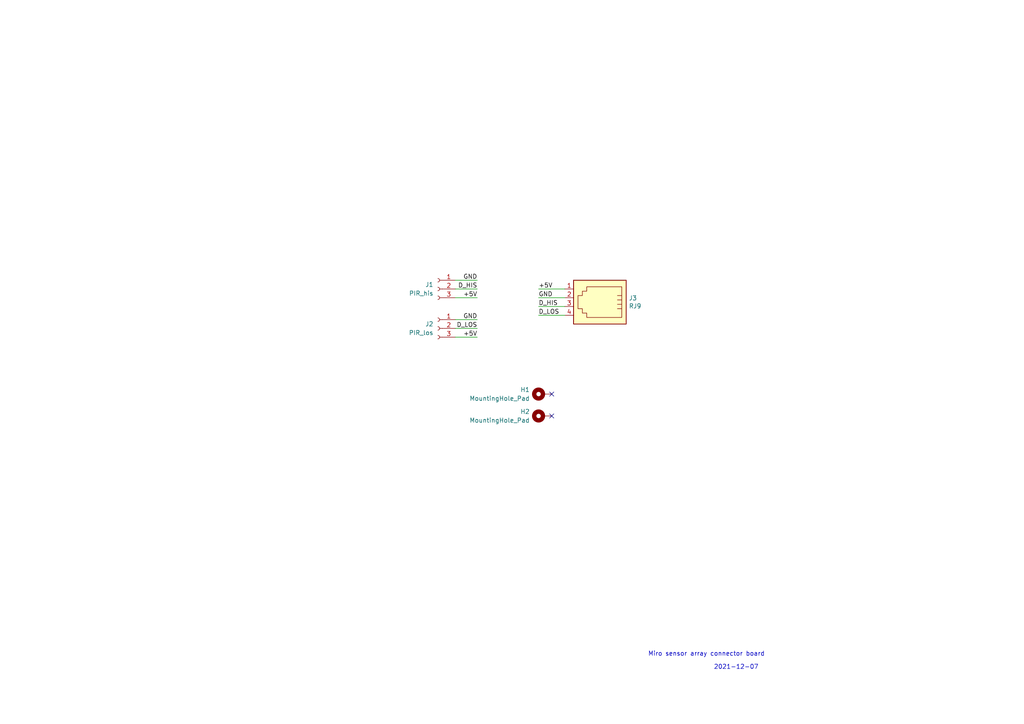
<source format=kicad_sch>
(kicad_sch
	(version 20231120)
	(generator "eeschema")
	(generator_version "8.0")
	(uuid "af6ad17d-e32c-4b05-93bf-c5e4dd024877")
	(paper "A4")
	(lib_symbols
		(symbol "Mechanical:MountingHole_Pad"
			(pin_numbers hide)
			(pin_names
				(offset 1.016) hide)
			(exclude_from_sim no)
			(in_bom yes)
			(on_board yes)
			(property "Reference" "H"
				(at 0 6.35 0)
				(effects
					(font
						(size 1.27 1.27)
					)
				)
			)
			(property "Value" "MountingHole_Pad"
				(at 0 4.445 0)
				(effects
					(font
						(size 1.27 1.27)
					)
				)
			)
			(property "Footprint" ""
				(at 0 0 0)
				(effects
					(font
						(size 1.27 1.27)
					)
					(hide yes)
				)
			)
			(property "Datasheet" "~"
				(at 0 0 0)
				(effects
					(font
						(size 1.27 1.27)
					)
					(hide yes)
				)
			)
			(property "Description" "Mounting Hole with connection"
				(at 0 0 0)
				(effects
					(font
						(size 1.27 1.27)
					)
					(hide yes)
				)
			)
			(property "ki_keywords" "mounting hole"
				(at 0 0 0)
				(effects
					(font
						(size 1.27 1.27)
					)
					(hide yes)
				)
			)
			(property "ki_fp_filters" "MountingHole*Pad*"
				(at 0 0 0)
				(effects
					(font
						(size 1.27 1.27)
					)
					(hide yes)
				)
			)
			(symbol "MountingHole_Pad_0_1"
				(circle
					(center 0 1.27)
					(radius 1.27)
					(stroke
						(width 1.27)
						(type default)
					)
					(fill
						(type none)
					)
				)
			)
			(symbol "MountingHole_Pad_1_1"
				(pin input line
					(at 0 -2.54 90)
					(length 2.54)
					(name "1"
						(effects
							(font
								(size 1.27 1.27)
							)
						)
					)
					(number "1"
						(effects
							(font
								(size 1.27 1.27)
							)
						)
					)
				)
			)
		)
		(symbol "sensor_board-rescue:4P4C_RJ9_vert-miro-v04"
			(pin_names
				(offset 1.016)
			)
			(exclude_from_sim no)
			(in_bom yes)
			(on_board yes)
			(property "Reference" "J"
				(at -5.08 8.89 0)
				(effects
					(font
						(size 1.27 1.27)
					)
					(justify right)
				)
			)
			(property "Value" "miro-v04_4P4C_RJ9_vert"
				(at 2.54 8.89 0)
				(effects
					(font
						(size 1.27 1.27)
					)
					(justify left)
				)
			)
			(property "Footprint" "miro-v04:4P4C_RJ9_vert"
				(at 0 1.27 90)
				(effects
					(font
						(size 1.27 1.27)
					)
					(hide yes)
				)
			)
			(property "Datasheet" ""
				(at 0 1.27 90)
				(effects
					(font
						(size 1.27 1.27)
					)
					(hide yes)
				)
			)
			(property "Description" ""
				(at 0 0 0)
				(effects
					(font
						(size 1.27 1.27)
					)
					(hide yes)
				)
			)
			(property "ki_fp_filters" "4P4C* RJ9* RJ10* RJ22*"
				(at 0 0 0)
				(effects
					(font
						(size 1.27 1.27)
					)
					(hide yes)
				)
			)
			(symbol "4P4C_RJ9_vert-miro-v04_0_1"
				(polyline
					(pts
						(xy -6.35 -0.635) (xy -5.08 -0.635) (xy -5.08 -0.635)
					)
					(stroke
						(width 0)
						(type solid)
					)
					(fill
						(type none)
					)
				)
				(polyline
					(pts
						(xy -6.35 0.635) (xy -5.08 0.635) (xy -5.08 0.635)
					)
					(stroke
						(width 0)
						(type solid)
					)
					(fill
						(type none)
					)
				)
				(polyline
					(pts
						(xy -6.35 1.905) (xy -5.08 1.905) (xy -5.08 1.905)
					)
					(stroke
						(width 0)
						(type solid)
					)
					(fill
						(type none)
					)
				)
				(polyline
					(pts
						(xy -6.35 3.175) (xy -5.08 3.175) (xy -5.08 3.175)
					)
					(stroke
						(width 0)
						(type solid)
					)
					(fill
						(type none)
					)
				)
				(polyline
					(pts
						(xy -6.35 -3.175) (xy -6.35 5.715) (xy -1.27 5.715) (xy 3.81 5.715) (xy 3.81 4.445) (xy 5.08 4.445)
						(xy 5.08 3.175) (xy 6.35 3.175) (xy 6.35 -0.635) (xy 5.08 -0.635) (xy 5.08 -1.905) (xy 3.81 -1.905)
						(xy 3.81 -3.175) (xy -6.35 -3.175) (xy -6.35 -3.175)
					)
					(stroke
						(width 0)
						(type solid)
					)
					(fill
						(type none)
					)
				)
				(rectangle
					(start 7.62 7.62)
					(end -7.62 -5.08)
					(stroke
						(width 0.254)
						(type solid)
					)
					(fill
						(type background)
					)
				)
			)
			(symbol "4P4C_RJ9_vert-miro-v04_1_1"
				(pin passive line
					(at 10.16 -2.54 180)
					(length 2.54)
					(name "~"
						(effects
							(font
								(size 1.27 1.27)
							)
						)
					)
					(number "1"
						(effects
							(font
								(size 1.27 1.27)
							)
						)
					)
				)
				(pin passive line
					(at 10.16 0 180)
					(length 2.54)
					(name "~"
						(effects
							(font
								(size 1.27 1.27)
							)
						)
					)
					(number "2"
						(effects
							(font
								(size 1.27 1.27)
							)
						)
					)
				)
				(pin passive line
					(at 10.16 2.54 180)
					(length 2.54)
					(name "~"
						(effects
							(font
								(size 1.27 1.27)
							)
						)
					)
					(number "3"
						(effects
							(font
								(size 1.27 1.27)
							)
						)
					)
				)
				(pin passive line
					(at 10.16 5.08 180)
					(length 2.54)
					(name "~"
						(effects
							(font
								(size 1.27 1.27)
							)
						)
					)
					(number "4"
						(effects
							(font
								(size 1.27 1.27)
							)
						)
					)
				)
			)
		)
		(symbol "sensor_board-rescue:Conn_01x03_Female-Connector"
			(pin_names
				(offset 1.016) hide)
			(exclude_from_sim no)
			(in_bom yes)
			(on_board yes)
			(property "Reference" "J"
				(at 0 5.08 0)
				(effects
					(font
						(size 1.27 1.27)
					)
				)
			)
			(property "Value" "Connector_Conn_01x03_Female"
				(at 0 -5.08 0)
				(effects
					(font
						(size 1.27 1.27)
					)
				)
			)
			(property "Footprint" ""
				(at 0 0 0)
				(effects
					(font
						(size 1.27 1.27)
					)
					(hide yes)
				)
			)
			(property "Datasheet" ""
				(at 0 0 0)
				(effects
					(font
						(size 1.27 1.27)
					)
					(hide yes)
				)
			)
			(property "Description" ""
				(at 0 0 0)
				(effects
					(font
						(size 1.27 1.27)
					)
					(hide yes)
				)
			)
			(property "ki_fp_filters" "Connector*:*_1x??_*"
				(at 0 0 0)
				(effects
					(font
						(size 1.27 1.27)
					)
					(hide yes)
				)
			)
			(symbol "Conn_01x03_Female-Connector_1_1"
				(arc
					(start 0 -2.032)
					(mid -0.5058 -2.54)
					(end 0 -3.048)
					(stroke
						(width 0.1524)
						(type solid)
					)
					(fill
						(type none)
					)
				)
				(polyline
					(pts
						(xy -1.27 -2.54) (xy -0.508 -2.54)
					)
					(stroke
						(width 0.1524)
						(type solid)
					)
					(fill
						(type none)
					)
				)
				(polyline
					(pts
						(xy -1.27 0) (xy -0.508 0)
					)
					(stroke
						(width 0.1524)
						(type solid)
					)
					(fill
						(type none)
					)
				)
				(polyline
					(pts
						(xy -1.27 2.54) (xy -0.508 2.54)
					)
					(stroke
						(width 0.1524)
						(type solid)
					)
					(fill
						(type none)
					)
				)
				(arc
					(start 0 0.508)
					(mid -0.5058 0)
					(end 0 -0.508)
					(stroke
						(width 0.1524)
						(type solid)
					)
					(fill
						(type none)
					)
				)
				(arc
					(start 0 3.048)
					(mid -0.5058 2.54)
					(end 0 2.032)
					(stroke
						(width 0.1524)
						(type solid)
					)
					(fill
						(type none)
					)
				)
				(pin passive line
					(at -5.08 2.54 0)
					(length 3.81)
					(name "Pin_1"
						(effects
							(font
								(size 1.27 1.27)
							)
						)
					)
					(number "1"
						(effects
							(font
								(size 1.27 1.27)
							)
						)
					)
				)
				(pin passive line
					(at -5.08 0 0)
					(length 3.81)
					(name "Pin_2"
						(effects
							(font
								(size 1.27 1.27)
							)
						)
					)
					(number "2"
						(effects
							(font
								(size 1.27 1.27)
							)
						)
					)
				)
				(pin passive line
					(at -5.08 -2.54 0)
					(length 3.81)
					(name "Pin_3"
						(effects
							(font
								(size 1.27 1.27)
							)
						)
					)
					(number "3"
						(effects
							(font
								(size 1.27 1.27)
							)
						)
					)
				)
			)
		)
	)
	(no_connect
		(at 160.02 114.3)
		(uuid "86a4349f-a313-4465-9514-2f758d7dd213")
	)
	(no_connect
		(at 160.02 120.65)
		(uuid "d7ffc0ec-7c08-40a4-8d2a-9fd3862ea362")
	)
	(wire
		(pts
			(xy 163.83 88.9) (xy 156.21 88.9)
		)
		(stroke
			(width 0)
			(type default)
		)
		(uuid "1eee54f2-eb36-4923-a6e8-3abe0d8b61a6")
	)
	(wire
		(pts
			(xy 132.08 92.71) (xy 138.43 92.71)
		)
		(stroke
			(width 0)
			(type default)
		)
		(uuid "28159457-c388-4941-a80f-8a61834063d9")
	)
	(wire
		(pts
			(xy 132.08 95.25) (xy 138.43 95.25)
		)
		(stroke
			(width 0)
			(type default)
		)
		(uuid "6de218dc-7395-4f82-bf0c-c1a49112a9a5")
	)
	(wire
		(pts
			(xy 163.83 86.36) (xy 156.21 86.36)
		)
		(stroke
			(width 0)
			(type default)
		)
		(uuid "725a8c00-e2b5-4b6c-bc7e-f59606706fbc")
	)
	(wire
		(pts
			(xy 132.08 81.28) (xy 138.43 81.28)
		)
		(stroke
			(width 0)
			(type default)
		)
		(uuid "98565444-46f4-4e7c-9ea6-76e4679ee1c6")
	)
	(wire
		(pts
			(xy 132.08 97.79) (xy 138.43 97.79)
		)
		(stroke
			(width 0)
			(type default)
		)
		(uuid "b7904eee-7c10-4493-be5d-acc39f1d9a49")
	)
	(wire
		(pts
			(xy 132.08 83.82) (xy 138.43 83.82)
		)
		(stroke
			(width 0)
			(type default)
		)
		(uuid "ddae4c30-7b48-40a7-b93d-4b2c3da2b1e4")
	)
	(wire
		(pts
			(xy 163.83 91.44) (xy 156.21 91.44)
		)
		(stroke
			(width 0)
			(type default)
		)
		(uuid "e05e4181-e0f1-4ae4-af3d-a2a2e09eddaf")
	)
	(wire
		(pts
			(xy 163.83 83.82) (xy 156.21 83.82)
		)
		(stroke
			(width 0)
			(type default)
		)
		(uuid "eef8acc3-6ed5-4f94-a493-f0223ecec96f")
	)
	(wire
		(pts
			(xy 138.43 86.36) (xy 132.08 86.36)
		)
		(stroke
			(width 0)
			(type default)
		)
		(uuid "fe2da98d-b8b2-4558-856c-093ccd71743d")
	)
	(text "Miro sensor array connector board"
		(exclude_from_sim no)
		(at 187.96 190.5 0)
		(effects
			(font
				(size 1.27 1.27)
			)
			(justify left bottom)
		)
		(uuid "629a56b4-8b8b-411c-a258-4b41028e0f92")
	)
	(text "2021-12-07"
		(exclude_from_sim no)
		(at 207.01 194.31 0)
		(effects
			(font
				(size 1.27 1.27)
			)
			(justify left bottom)
		)
		(uuid "857d19e7-81fa-468c-91f4-96dd1564f31e")
	)
	(label "GND"
		(at 138.43 81.28 180)
		(fields_autoplaced yes)
		(effects
			(font
				(size 1.27 1.27)
			)
			(justify right bottom)
		)
		(uuid "03217fd3-089a-4e88-a987-3b4660c8f242")
	)
	(label "+5V"
		(at 156.21 83.82 0)
		(fields_autoplaced yes)
		(effects
			(font
				(size 1.27 1.27)
			)
			(justify left bottom)
		)
		(uuid "093d4828-5dc6-43a3-ac7e-ded128179eac")
	)
	(label "D_LOS"
		(at 138.43 95.25 180)
		(fields_autoplaced yes)
		(effects
			(font
				(size 1.27 1.27)
			)
			(justify right bottom)
		)
		(uuid "4c3f2291-08b3-4f59-a01e-ac6d0d5597a0")
	)
	(label "GND"
		(at 156.21 86.36 0)
		(fields_autoplaced yes)
		(effects
			(font
				(size 1.27 1.27)
			)
			(justify left bottom)
		)
		(uuid "4d7092f0-db7a-4fc7-be1f-19d9fe8084d1")
	)
	(label "D_HIS"
		(at 156.21 88.9 0)
		(fields_autoplaced yes)
		(effects
			(font
				(size 1.27 1.27)
			)
			(justify left bottom)
		)
		(uuid "a0330087-97ac-4c64-811f-6ae943ff7545")
	)
	(label "+5V"
		(at 138.43 97.79 180)
		(fields_autoplaced yes)
		(effects
			(font
				(size 1.27 1.27)
			)
			(justify right bottom)
		)
		(uuid "b0dce339-e561-41d7-ae1a-d7e05ff0c19f")
	)
	(label "D_LOS"
		(at 156.21 91.44 0)
		(fields_autoplaced yes)
		(effects
			(font
				(size 1.27 1.27)
			)
			(justify left bottom)
		)
		(uuid "ce9c5f90-2e7a-4ae1-ad3a-4fcc022bcf97")
	)
	(label "D_HIS"
		(at 138.43 83.82 180)
		(fields_autoplaced yes)
		(effects
			(font
				(size 1.27 1.27)
			)
			(justify right bottom)
		)
		(uuid "e43256d9-afd6-4e7c-9e5e-030c2a1ea27e")
	)
	(label "+5V"
		(at 138.43 86.36 180)
		(fields_autoplaced yes)
		(effects
			(font
				(size 1.27 1.27)
			)
			(justify right bottom)
		)
		(uuid "e9d8de5e-64e6-4614-8b53-1dd6dba08ddf")
	)
	(label "GND"
		(at 138.43 92.71 180)
		(fields_autoplaced yes)
		(effects
			(font
				(size 1.27 1.27)
			)
			(justify right bottom)
		)
		(uuid "ff1a23b6-cd82-4e16-a6c8-eac5b3715317")
	)
	(symbol
		(lib_id "sensor_board-rescue:Conn_01x03_Female-Connector")
		(at 127 83.82 0)
		(mirror y)
		(unit 1)
		(exclude_from_sim no)
		(in_bom yes)
		(on_board yes)
		(dnp no)
		(uuid "00000000-0000-0000-0000-000061af66d7")
		(property "Reference" "J1"
			(at 125.73 82.55 0)
			(effects
				(font
					(size 1.27 1.27)
				)
				(justify left)
			)
		)
		(property "Value" "PIR_his"
			(at 125.73 85.09 0)
			(effects
				(font
					(size 1.27 1.27)
				)
				(justify left)
			)
		)
		(property "Footprint" "Connector_PinSocket_2.54mm:PinSocket_1x03_P2.54mm_Vertical"
			(at 127 83.82 0)
			(effects
				(font
					(size 1.27 1.27)
				)
				(hide yes)
			)
		)
		(property "Datasheet" "~"
			(at 127 83.82 0)
			(effects
				(font
					(size 1.27 1.27)
				)
				(hide yes)
			)
		)
		(property "Description" ""
			(at 127 83.82 0)
			(effects
				(font
					(size 1.27 1.27)
				)
				(hide yes)
			)
		)
		(pin "1"
			(uuid "aa3d03a0-3632-4bce-b340-7400c5a89d49")
		)
		(pin "2"
			(uuid "79cba4dd-942c-40a6-8b82-1ead64a44bce")
		)
		(pin "3"
			(uuid "f8fc76e2-f343-46c8-9d92-51ea7201fd19")
		)
		(instances
			(project "sensor_board"
				(path "/af6ad17d-e32c-4b05-93bf-c5e4dd024877"
					(reference "J1")
					(unit 1)
				)
			)
		)
	)
	(symbol
		(lib_id "sensor_board-rescue:Conn_01x03_Female-Connector")
		(at 127 95.25 0)
		(mirror y)
		(unit 1)
		(exclude_from_sim no)
		(in_bom yes)
		(on_board yes)
		(dnp no)
		(uuid "00000000-0000-0000-0000-000061af79a5")
		(property "Reference" "J2"
			(at 125.73 93.98 0)
			(effects
				(font
					(size 1.27 1.27)
				)
				(justify left)
			)
		)
		(property "Value" "PIR_los"
			(at 125.73 96.52 0)
			(effects
				(font
					(size 1.27 1.27)
				)
				(justify left)
			)
		)
		(property "Footprint" "Connector_PinSocket_2.54mm:PinSocket_1x03_P2.54mm_Vertical"
			(at 127 95.25 0)
			(effects
				(font
					(size 1.27 1.27)
				)
				(hide yes)
			)
		)
		(property "Datasheet" "~"
			(at 127 95.25 0)
			(effects
				(font
					(size 1.27 1.27)
				)
				(hide yes)
			)
		)
		(property "Description" ""
			(at 127 95.25 0)
			(effects
				(font
					(size 1.27 1.27)
				)
				(hide yes)
			)
		)
		(pin "3"
			(uuid "1d367978-933a-4b1e-bad8-85b9715b83fe")
		)
		(pin "1"
			(uuid "42cc7592-27a4-4ae7-8ba7-679dc2ac179f")
		)
		(pin "2"
			(uuid "0a7df0cf-5191-41d2-a2c6-0a214ef37c91")
		)
		(instances
			(project "sensor_board"
				(path "/af6ad17d-e32c-4b05-93bf-c5e4dd024877"
					(reference "J2")
					(unit 1)
				)
			)
		)
	)
	(symbol
		(lib_id "sensor_board-rescue:4P4C_RJ9_vert-miro-v04")
		(at 173.99 86.36 180)
		(unit 1)
		(exclude_from_sim no)
		(in_bom yes)
		(on_board yes)
		(dnp no)
		(uuid "00000000-0000-0000-0000-000061af7f6e")
		(property "Reference" "J3"
			(at 182.372 86.4616 0)
			(effects
				(font
					(size 1.27 1.27)
				)
				(justify right)
			)
		)
		(property "Value" "RJ9"
			(at 182.372 88.773 0)
			(effects
				(font
					(size 1.27 1.27)
				)
				(justify right)
			)
		)
		(property "Footprint" "miro-v04:4P4C_RJ9_vert"
			(at 173.99 87.63 90)
			(effects
				(font
					(size 1.27 1.27)
				)
				(hide yes)
			)
		)
		(property "Datasheet" "~"
			(at 173.99 87.63 90)
			(effects
				(font
					(size 1.27 1.27)
				)
				(hide yes)
			)
		)
		(property "Description" ""
			(at 173.99 86.36 0)
			(effects
				(font
					(size 1.27 1.27)
				)
				(hide yes)
			)
		)
		(pin "1"
			(uuid "46ea0172-df35-4e79-a407-f53fba7cb7a5")
		)
		(pin "2"
			(uuid "19d6f85b-abdf-4f26-a835-d15508d1a2fe")
		)
		(pin "3"
			(uuid "c530b792-0c87-4b75-8d59-d00a8e73c673")
		)
		(pin "4"
			(uuid "a889e5a7-efdb-4c41-9f6b-204a671b4bb6")
		)
		(instances
			(project "sensor_board"
				(path "/af6ad17d-e32c-4b05-93bf-c5e4dd024877"
					(reference "J3")
					(unit 1)
				)
			)
		)
	)
	(symbol
		(lib_id "Mechanical:MountingHole_Pad")
		(at 157.48 114.3 90)
		(unit 1)
		(exclude_from_sim no)
		(in_bom yes)
		(on_board yes)
		(dnp no)
		(uuid "00000000-0000-0000-0000-000061b63e96")
		(property "Reference" "H1"
			(at 153.67 113.03 90)
			(effects
				(font
					(size 1.27 1.27)
				)
				(justify left)
			)
		)
		(property "Value" "MountingHole_Pad"
			(at 153.67 115.57 90)
			(effects
				(font
					(size 1.27 1.27)
				)
				(justify left)
			)
		)
		(property "Footprint" "MountingHole:MountingHole_4.3mm_M4_ISO14580_Pad"
			(at 157.48 114.3 0)
			(effects
				(font
					(size 1.27 1.27)
				)
				(hide yes)
			)
		)
		(property "Datasheet" "~"
			(at 157.48 114.3 0)
			(effects
				(font
					(size 1.27 1.27)
				)
				(hide yes)
			)
		)
		(property "Description" ""
			(at 157.48 114.3 0)
			(effects
				(font
					(size 1.27 1.27)
				)
				(hide yes)
			)
		)
		(pin "1"
			(uuid "5e718fb5-549c-4d95-853e-7010c0048834")
		)
		(instances
			(project "sensor_board"
				(path "/af6ad17d-e32c-4b05-93bf-c5e4dd024877"
					(reference "H1")
					(unit 1)
				)
			)
		)
	)
	(symbol
		(lib_id "Mechanical:MountingHole_Pad")
		(at 157.48 120.65 90)
		(unit 1)
		(exclude_from_sim no)
		(in_bom yes)
		(on_board yes)
		(dnp no)
		(uuid "00000000-0000-0000-0000-000061b65bae")
		(property "Reference" "H2"
			(at 153.67 119.38 90)
			(effects
				(font
					(size 1.27 1.27)
				)
				(justify left)
			)
		)
		(property "Value" "MountingHole_Pad"
			(at 153.67 121.92 90)
			(effects
				(font
					(size 1.27 1.27)
				)
				(justify left)
			)
		)
		(property "Footprint" "miro-v04:MountingHole_4.3mm_M4_ISO14580_Pad_OVAL"
			(at 157.48 120.65 0)
			(effects
				(font
					(size 1.27 1.27)
				)
				(hide yes)
			)
		)
		(property "Datasheet" "~"
			(at 157.48 120.65 0)
			(effects
				(font
					(size 1.27 1.27)
				)
				(hide yes)
			)
		)
		(property "Description" ""
			(at 157.48 120.65 0)
			(effects
				(font
					(size 1.27 1.27)
				)
				(hide yes)
			)
		)
		(pin "1"
			(uuid "d4bf7aa2-c844-47a3-83f6-0860c26cab18")
		)
		(instances
			(project "sensor_board"
				(path "/af6ad17d-e32c-4b05-93bf-c5e4dd024877"
					(reference "H2")
					(unit 1)
				)
			)
		)
	)
	(sheet_instances
		(path "/"
			(page "1")
		)
	)
)

</source>
